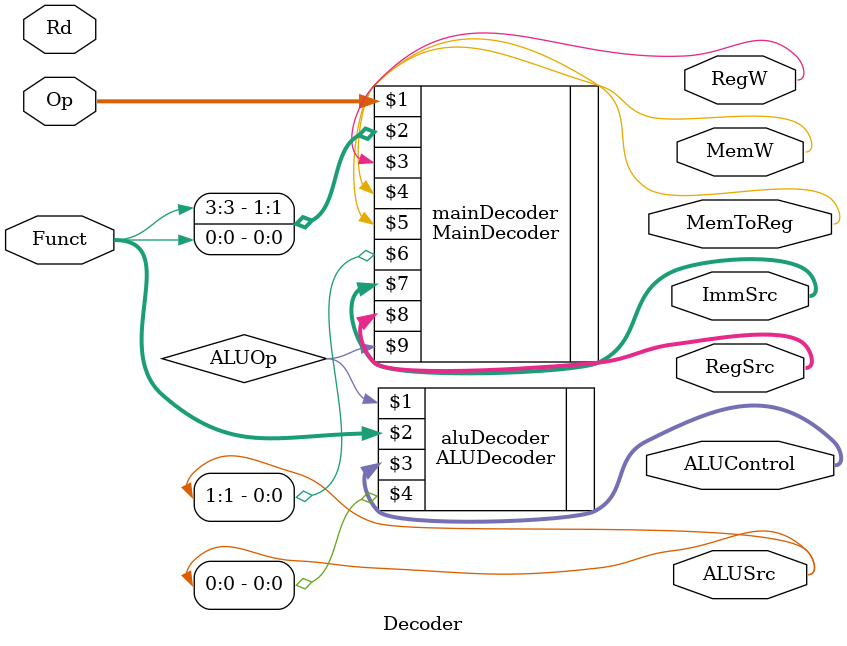
<source format=sv>
module Decoder(Rd, Op, Funct, RegW, MemW, MemToReg, ALUSrc, ImmSrc, RegSrc, ALUControl);

	// Inputs
	input logic [3:0] Rd;
	input logic [1:0] Op;
	input logic [3:0] Funct;
	
	// Outputs
	output logic RegW, MemW, MemToReg;
	output logic [1:0] ImmSrc, RegSrc, ALUSrc;
	output logic [2:0] ALUControl;
	
	// Wires
	logic ALUOp;

	// Main decoder logic
	MainDecoder mainDecoder (Op, {Funct[3], Funct[0]}, RegW, MemW, MemToReg, ALUSrc[1], ImmSrc, RegSrc, ALUOp);
	
	// ALU decoder logic
	ALUDecoder aluDecoder (ALUOp, Funct, ALUControl, ALUSrc[0]);
	
endmodule 
</source>
